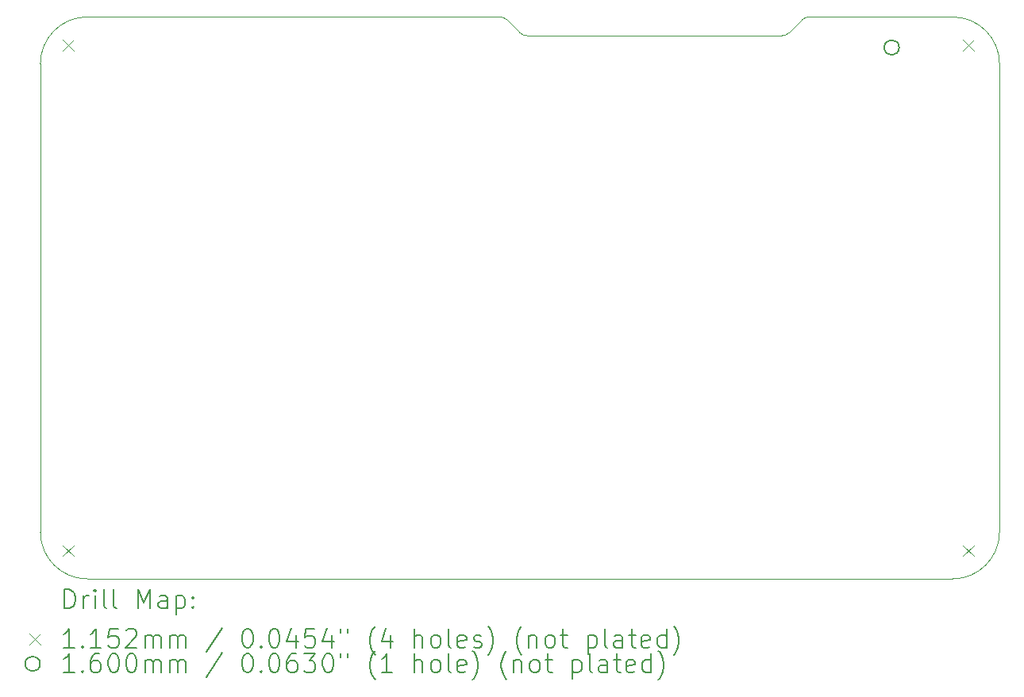
<source format=gbr>
%TF.GenerationSoftware,KiCad,Pcbnew,7.0.7*%
%TF.CreationDate,2023-09-27T18:03:20-04:00*%
%TF.ProjectId,baseboard,62617365-626f-4617-9264-2e6b69636164,A*%
%TF.SameCoordinates,Original*%
%TF.FileFunction,Drillmap*%
%TF.FilePolarity,Positive*%
%FSLAX45Y45*%
G04 Gerber Fmt 4.5, Leading zero omitted, Abs format (unit mm)*
G04 Created by KiCad (PCBNEW 7.0.7) date 2023-09-27 18:03:20*
%MOMM*%
%LPD*%
G01*
G04 APERTURE LIST*
%ADD10C,0.050000*%
%ADD11C,0.200000*%
%ADD12C,0.115200*%
%ADD13C,0.160000*%
G04 APERTURE END LIST*
D10*
X22262000Y-10567000D02*
X24982000Y-10567000D01*
X25059782Y-10534782D02*
X25194218Y-10399218D01*
X24982000Y-10567000D02*
G75*
G03*
X25059782Y-10534782I0J110000D01*
G01*
X22184218Y-10534782D02*
X22049782Y-10399218D01*
X26802000Y-16367000D02*
G75*
G03*
X27302000Y-15867000I0J500000D01*
G01*
X17572000Y-10367000D02*
G75*
G03*
X17072000Y-10867000I0J-500000D01*
G01*
X17072000Y-15867000D02*
G75*
G03*
X17572000Y-16367000I500000J0D01*
G01*
X22049782Y-10399218D02*
G75*
G03*
X21972000Y-10367000I-77782J-77782D01*
G01*
X17072000Y-10867000D02*
X17072000Y-15867000D01*
X17572000Y-16367000D02*
X26802000Y-16367000D01*
X22184218Y-10534782D02*
G75*
G03*
X22262000Y-10567000I77782J77782D01*
G01*
X21972000Y-10367000D02*
X17572000Y-10367000D01*
X25272000Y-10367000D02*
X26802000Y-10367000D01*
X25272000Y-10367000D02*
G75*
G03*
X25194218Y-10399218I0J-110000D01*
G01*
X27302000Y-10867000D02*
G75*
G03*
X26802000Y-10367000I-500000J0D01*
G01*
X27302000Y-15867000D02*
X27302000Y-10867000D01*
D11*
D12*
X17314400Y-10609400D02*
X17429600Y-10724600D01*
X17429600Y-10609400D02*
X17314400Y-10724600D01*
X17314400Y-16009400D02*
X17429600Y-16124600D01*
X17429600Y-16009400D02*
X17314400Y-16124600D01*
X26914400Y-10609400D02*
X27029600Y-10724600D01*
X27029600Y-10609400D02*
X26914400Y-10724600D01*
X26914400Y-16009400D02*
X27029600Y-16124600D01*
X27029600Y-16009400D02*
X26914400Y-16124600D01*
D13*
X26232000Y-10693210D02*
G75*
G03*
X26232000Y-10693210I-80000J0D01*
G01*
D11*
X17330277Y-16680984D02*
X17330277Y-16480984D01*
X17330277Y-16480984D02*
X17377896Y-16480984D01*
X17377896Y-16480984D02*
X17406467Y-16490508D01*
X17406467Y-16490508D02*
X17425515Y-16509555D01*
X17425515Y-16509555D02*
X17435039Y-16528603D01*
X17435039Y-16528603D02*
X17444563Y-16566698D01*
X17444563Y-16566698D02*
X17444563Y-16595269D01*
X17444563Y-16595269D02*
X17435039Y-16633365D01*
X17435039Y-16633365D02*
X17425515Y-16652412D01*
X17425515Y-16652412D02*
X17406467Y-16671460D01*
X17406467Y-16671460D02*
X17377896Y-16680984D01*
X17377896Y-16680984D02*
X17330277Y-16680984D01*
X17530277Y-16680984D02*
X17530277Y-16547650D01*
X17530277Y-16585746D02*
X17539801Y-16566698D01*
X17539801Y-16566698D02*
X17549324Y-16557174D01*
X17549324Y-16557174D02*
X17568372Y-16547650D01*
X17568372Y-16547650D02*
X17587420Y-16547650D01*
X17654086Y-16680984D02*
X17654086Y-16547650D01*
X17654086Y-16480984D02*
X17644563Y-16490508D01*
X17644563Y-16490508D02*
X17654086Y-16500031D01*
X17654086Y-16500031D02*
X17663610Y-16490508D01*
X17663610Y-16490508D02*
X17654086Y-16480984D01*
X17654086Y-16480984D02*
X17654086Y-16500031D01*
X17777896Y-16680984D02*
X17758848Y-16671460D01*
X17758848Y-16671460D02*
X17749324Y-16652412D01*
X17749324Y-16652412D02*
X17749324Y-16480984D01*
X17882658Y-16680984D02*
X17863610Y-16671460D01*
X17863610Y-16671460D02*
X17854086Y-16652412D01*
X17854086Y-16652412D02*
X17854086Y-16480984D01*
X18111229Y-16680984D02*
X18111229Y-16480984D01*
X18111229Y-16480984D02*
X18177896Y-16623841D01*
X18177896Y-16623841D02*
X18244563Y-16480984D01*
X18244563Y-16480984D02*
X18244563Y-16680984D01*
X18425515Y-16680984D02*
X18425515Y-16576222D01*
X18425515Y-16576222D02*
X18415991Y-16557174D01*
X18415991Y-16557174D02*
X18396944Y-16547650D01*
X18396944Y-16547650D02*
X18358848Y-16547650D01*
X18358848Y-16547650D02*
X18339801Y-16557174D01*
X18425515Y-16671460D02*
X18406467Y-16680984D01*
X18406467Y-16680984D02*
X18358848Y-16680984D01*
X18358848Y-16680984D02*
X18339801Y-16671460D01*
X18339801Y-16671460D02*
X18330277Y-16652412D01*
X18330277Y-16652412D02*
X18330277Y-16633365D01*
X18330277Y-16633365D02*
X18339801Y-16614317D01*
X18339801Y-16614317D02*
X18358848Y-16604793D01*
X18358848Y-16604793D02*
X18406467Y-16604793D01*
X18406467Y-16604793D02*
X18425515Y-16595269D01*
X18520753Y-16547650D02*
X18520753Y-16747650D01*
X18520753Y-16557174D02*
X18539801Y-16547650D01*
X18539801Y-16547650D02*
X18577896Y-16547650D01*
X18577896Y-16547650D02*
X18596944Y-16557174D01*
X18596944Y-16557174D02*
X18606467Y-16566698D01*
X18606467Y-16566698D02*
X18615991Y-16585746D01*
X18615991Y-16585746D02*
X18615991Y-16642888D01*
X18615991Y-16642888D02*
X18606467Y-16661936D01*
X18606467Y-16661936D02*
X18596944Y-16671460D01*
X18596944Y-16671460D02*
X18577896Y-16680984D01*
X18577896Y-16680984D02*
X18539801Y-16680984D01*
X18539801Y-16680984D02*
X18520753Y-16671460D01*
X18701705Y-16661936D02*
X18711229Y-16671460D01*
X18711229Y-16671460D02*
X18701705Y-16680984D01*
X18701705Y-16680984D02*
X18692182Y-16671460D01*
X18692182Y-16671460D02*
X18701705Y-16661936D01*
X18701705Y-16661936D02*
X18701705Y-16680984D01*
X18701705Y-16557174D02*
X18711229Y-16566698D01*
X18711229Y-16566698D02*
X18701705Y-16576222D01*
X18701705Y-16576222D02*
X18692182Y-16566698D01*
X18692182Y-16566698D02*
X18701705Y-16557174D01*
X18701705Y-16557174D02*
X18701705Y-16576222D01*
D12*
X16954300Y-16951900D02*
X17069500Y-17067100D01*
X17069500Y-16951900D02*
X16954300Y-17067100D01*
D11*
X17435039Y-17100984D02*
X17320753Y-17100984D01*
X17377896Y-17100984D02*
X17377896Y-16900984D01*
X17377896Y-16900984D02*
X17358848Y-16929555D01*
X17358848Y-16929555D02*
X17339801Y-16948603D01*
X17339801Y-16948603D02*
X17320753Y-16958127D01*
X17520753Y-17081936D02*
X17530277Y-17091460D01*
X17530277Y-17091460D02*
X17520753Y-17100984D01*
X17520753Y-17100984D02*
X17511229Y-17091460D01*
X17511229Y-17091460D02*
X17520753Y-17081936D01*
X17520753Y-17081936D02*
X17520753Y-17100984D01*
X17720753Y-17100984D02*
X17606467Y-17100984D01*
X17663610Y-17100984D02*
X17663610Y-16900984D01*
X17663610Y-16900984D02*
X17644563Y-16929555D01*
X17644563Y-16929555D02*
X17625515Y-16948603D01*
X17625515Y-16948603D02*
X17606467Y-16958127D01*
X17901705Y-16900984D02*
X17806467Y-16900984D01*
X17806467Y-16900984D02*
X17796944Y-16996222D01*
X17796944Y-16996222D02*
X17806467Y-16986698D01*
X17806467Y-16986698D02*
X17825515Y-16977174D01*
X17825515Y-16977174D02*
X17873134Y-16977174D01*
X17873134Y-16977174D02*
X17892182Y-16986698D01*
X17892182Y-16986698D02*
X17901705Y-16996222D01*
X17901705Y-16996222D02*
X17911229Y-17015270D01*
X17911229Y-17015270D02*
X17911229Y-17062889D01*
X17911229Y-17062889D02*
X17901705Y-17081936D01*
X17901705Y-17081936D02*
X17892182Y-17091460D01*
X17892182Y-17091460D02*
X17873134Y-17100984D01*
X17873134Y-17100984D02*
X17825515Y-17100984D01*
X17825515Y-17100984D02*
X17806467Y-17091460D01*
X17806467Y-17091460D02*
X17796944Y-17081936D01*
X17987420Y-16920031D02*
X17996944Y-16910508D01*
X17996944Y-16910508D02*
X18015991Y-16900984D01*
X18015991Y-16900984D02*
X18063610Y-16900984D01*
X18063610Y-16900984D02*
X18082658Y-16910508D01*
X18082658Y-16910508D02*
X18092182Y-16920031D01*
X18092182Y-16920031D02*
X18101705Y-16939079D01*
X18101705Y-16939079D02*
X18101705Y-16958127D01*
X18101705Y-16958127D02*
X18092182Y-16986698D01*
X18092182Y-16986698D02*
X17977896Y-17100984D01*
X17977896Y-17100984D02*
X18101705Y-17100984D01*
X18187420Y-17100984D02*
X18187420Y-16967650D01*
X18187420Y-16986698D02*
X18196944Y-16977174D01*
X18196944Y-16977174D02*
X18215991Y-16967650D01*
X18215991Y-16967650D02*
X18244563Y-16967650D01*
X18244563Y-16967650D02*
X18263610Y-16977174D01*
X18263610Y-16977174D02*
X18273134Y-16996222D01*
X18273134Y-16996222D02*
X18273134Y-17100984D01*
X18273134Y-16996222D02*
X18282658Y-16977174D01*
X18282658Y-16977174D02*
X18301705Y-16967650D01*
X18301705Y-16967650D02*
X18330277Y-16967650D01*
X18330277Y-16967650D02*
X18349325Y-16977174D01*
X18349325Y-16977174D02*
X18358848Y-16996222D01*
X18358848Y-16996222D02*
X18358848Y-17100984D01*
X18454086Y-17100984D02*
X18454086Y-16967650D01*
X18454086Y-16986698D02*
X18463610Y-16977174D01*
X18463610Y-16977174D02*
X18482658Y-16967650D01*
X18482658Y-16967650D02*
X18511229Y-16967650D01*
X18511229Y-16967650D02*
X18530277Y-16977174D01*
X18530277Y-16977174D02*
X18539801Y-16996222D01*
X18539801Y-16996222D02*
X18539801Y-17100984D01*
X18539801Y-16996222D02*
X18549325Y-16977174D01*
X18549325Y-16977174D02*
X18568372Y-16967650D01*
X18568372Y-16967650D02*
X18596944Y-16967650D01*
X18596944Y-16967650D02*
X18615991Y-16977174D01*
X18615991Y-16977174D02*
X18625515Y-16996222D01*
X18625515Y-16996222D02*
X18625515Y-17100984D01*
X19015991Y-16891460D02*
X18844563Y-17148603D01*
X19273134Y-16900984D02*
X19292182Y-16900984D01*
X19292182Y-16900984D02*
X19311229Y-16910508D01*
X19311229Y-16910508D02*
X19320753Y-16920031D01*
X19320753Y-16920031D02*
X19330277Y-16939079D01*
X19330277Y-16939079D02*
X19339801Y-16977174D01*
X19339801Y-16977174D02*
X19339801Y-17024793D01*
X19339801Y-17024793D02*
X19330277Y-17062889D01*
X19330277Y-17062889D02*
X19320753Y-17081936D01*
X19320753Y-17081936D02*
X19311229Y-17091460D01*
X19311229Y-17091460D02*
X19292182Y-17100984D01*
X19292182Y-17100984D02*
X19273134Y-17100984D01*
X19273134Y-17100984D02*
X19254087Y-17091460D01*
X19254087Y-17091460D02*
X19244563Y-17081936D01*
X19244563Y-17081936D02*
X19235039Y-17062889D01*
X19235039Y-17062889D02*
X19225515Y-17024793D01*
X19225515Y-17024793D02*
X19225515Y-16977174D01*
X19225515Y-16977174D02*
X19235039Y-16939079D01*
X19235039Y-16939079D02*
X19244563Y-16920031D01*
X19244563Y-16920031D02*
X19254087Y-16910508D01*
X19254087Y-16910508D02*
X19273134Y-16900984D01*
X19425515Y-17081936D02*
X19435039Y-17091460D01*
X19435039Y-17091460D02*
X19425515Y-17100984D01*
X19425515Y-17100984D02*
X19415991Y-17091460D01*
X19415991Y-17091460D02*
X19425515Y-17081936D01*
X19425515Y-17081936D02*
X19425515Y-17100984D01*
X19558848Y-16900984D02*
X19577896Y-16900984D01*
X19577896Y-16900984D02*
X19596944Y-16910508D01*
X19596944Y-16910508D02*
X19606468Y-16920031D01*
X19606468Y-16920031D02*
X19615991Y-16939079D01*
X19615991Y-16939079D02*
X19625515Y-16977174D01*
X19625515Y-16977174D02*
X19625515Y-17024793D01*
X19625515Y-17024793D02*
X19615991Y-17062889D01*
X19615991Y-17062889D02*
X19606468Y-17081936D01*
X19606468Y-17081936D02*
X19596944Y-17091460D01*
X19596944Y-17091460D02*
X19577896Y-17100984D01*
X19577896Y-17100984D02*
X19558848Y-17100984D01*
X19558848Y-17100984D02*
X19539801Y-17091460D01*
X19539801Y-17091460D02*
X19530277Y-17081936D01*
X19530277Y-17081936D02*
X19520753Y-17062889D01*
X19520753Y-17062889D02*
X19511229Y-17024793D01*
X19511229Y-17024793D02*
X19511229Y-16977174D01*
X19511229Y-16977174D02*
X19520753Y-16939079D01*
X19520753Y-16939079D02*
X19530277Y-16920031D01*
X19530277Y-16920031D02*
X19539801Y-16910508D01*
X19539801Y-16910508D02*
X19558848Y-16900984D01*
X19796944Y-16967650D02*
X19796944Y-17100984D01*
X19749325Y-16891460D02*
X19701706Y-17034317D01*
X19701706Y-17034317D02*
X19825515Y-17034317D01*
X19996944Y-16900984D02*
X19901706Y-16900984D01*
X19901706Y-16900984D02*
X19892182Y-16996222D01*
X19892182Y-16996222D02*
X19901706Y-16986698D01*
X19901706Y-16986698D02*
X19920753Y-16977174D01*
X19920753Y-16977174D02*
X19968372Y-16977174D01*
X19968372Y-16977174D02*
X19987420Y-16986698D01*
X19987420Y-16986698D02*
X19996944Y-16996222D01*
X19996944Y-16996222D02*
X20006468Y-17015270D01*
X20006468Y-17015270D02*
X20006468Y-17062889D01*
X20006468Y-17062889D02*
X19996944Y-17081936D01*
X19996944Y-17081936D02*
X19987420Y-17091460D01*
X19987420Y-17091460D02*
X19968372Y-17100984D01*
X19968372Y-17100984D02*
X19920753Y-17100984D01*
X19920753Y-17100984D02*
X19901706Y-17091460D01*
X19901706Y-17091460D02*
X19892182Y-17081936D01*
X20177896Y-16967650D02*
X20177896Y-17100984D01*
X20130277Y-16891460D02*
X20082658Y-17034317D01*
X20082658Y-17034317D02*
X20206468Y-17034317D01*
X20273134Y-16900984D02*
X20273134Y-16939079D01*
X20349325Y-16900984D02*
X20349325Y-16939079D01*
X20644563Y-17177174D02*
X20635039Y-17167650D01*
X20635039Y-17167650D02*
X20615991Y-17139079D01*
X20615991Y-17139079D02*
X20606468Y-17120031D01*
X20606468Y-17120031D02*
X20596944Y-17091460D01*
X20596944Y-17091460D02*
X20587420Y-17043841D01*
X20587420Y-17043841D02*
X20587420Y-17005746D01*
X20587420Y-17005746D02*
X20596944Y-16958127D01*
X20596944Y-16958127D02*
X20606468Y-16929555D01*
X20606468Y-16929555D02*
X20615991Y-16910508D01*
X20615991Y-16910508D02*
X20635039Y-16881936D01*
X20635039Y-16881936D02*
X20644563Y-16872412D01*
X20806468Y-16967650D02*
X20806468Y-17100984D01*
X20758849Y-16891460D02*
X20711230Y-17034317D01*
X20711230Y-17034317D02*
X20835039Y-17034317D01*
X21063611Y-17100984D02*
X21063611Y-16900984D01*
X21149325Y-17100984D02*
X21149325Y-16996222D01*
X21149325Y-16996222D02*
X21139801Y-16977174D01*
X21139801Y-16977174D02*
X21120753Y-16967650D01*
X21120753Y-16967650D02*
X21092182Y-16967650D01*
X21092182Y-16967650D02*
X21073134Y-16977174D01*
X21073134Y-16977174D02*
X21063611Y-16986698D01*
X21273134Y-17100984D02*
X21254087Y-17091460D01*
X21254087Y-17091460D02*
X21244563Y-17081936D01*
X21244563Y-17081936D02*
X21235039Y-17062889D01*
X21235039Y-17062889D02*
X21235039Y-17005746D01*
X21235039Y-17005746D02*
X21244563Y-16986698D01*
X21244563Y-16986698D02*
X21254087Y-16977174D01*
X21254087Y-16977174D02*
X21273134Y-16967650D01*
X21273134Y-16967650D02*
X21301706Y-16967650D01*
X21301706Y-16967650D02*
X21320753Y-16977174D01*
X21320753Y-16977174D02*
X21330277Y-16986698D01*
X21330277Y-16986698D02*
X21339801Y-17005746D01*
X21339801Y-17005746D02*
X21339801Y-17062889D01*
X21339801Y-17062889D02*
X21330277Y-17081936D01*
X21330277Y-17081936D02*
X21320753Y-17091460D01*
X21320753Y-17091460D02*
X21301706Y-17100984D01*
X21301706Y-17100984D02*
X21273134Y-17100984D01*
X21454087Y-17100984D02*
X21435039Y-17091460D01*
X21435039Y-17091460D02*
X21425515Y-17072412D01*
X21425515Y-17072412D02*
X21425515Y-16900984D01*
X21606468Y-17091460D02*
X21587420Y-17100984D01*
X21587420Y-17100984D02*
X21549325Y-17100984D01*
X21549325Y-17100984D02*
X21530277Y-17091460D01*
X21530277Y-17091460D02*
X21520753Y-17072412D01*
X21520753Y-17072412D02*
X21520753Y-16996222D01*
X21520753Y-16996222D02*
X21530277Y-16977174D01*
X21530277Y-16977174D02*
X21549325Y-16967650D01*
X21549325Y-16967650D02*
X21587420Y-16967650D01*
X21587420Y-16967650D02*
X21606468Y-16977174D01*
X21606468Y-16977174D02*
X21615992Y-16996222D01*
X21615992Y-16996222D02*
X21615992Y-17015270D01*
X21615992Y-17015270D02*
X21520753Y-17034317D01*
X21692182Y-17091460D02*
X21711230Y-17100984D01*
X21711230Y-17100984D02*
X21749325Y-17100984D01*
X21749325Y-17100984D02*
X21768373Y-17091460D01*
X21768373Y-17091460D02*
X21777896Y-17072412D01*
X21777896Y-17072412D02*
X21777896Y-17062889D01*
X21777896Y-17062889D02*
X21768373Y-17043841D01*
X21768373Y-17043841D02*
X21749325Y-17034317D01*
X21749325Y-17034317D02*
X21720753Y-17034317D01*
X21720753Y-17034317D02*
X21701706Y-17024793D01*
X21701706Y-17024793D02*
X21692182Y-17005746D01*
X21692182Y-17005746D02*
X21692182Y-16996222D01*
X21692182Y-16996222D02*
X21701706Y-16977174D01*
X21701706Y-16977174D02*
X21720753Y-16967650D01*
X21720753Y-16967650D02*
X21749325Y-16967650D01*
X21749325Y-16967650D02*
X21768373Y-16977174D01*
X21844563Y-17177174D02*
X21854087Y-17167650D01*
X21854087Y-17167650D02*
X21873134Y-17139079D01*
X21873134Y-17139079D02*
X21882658Y-17120031D01*
X21882658Y-17120031D02*
X21892182Y-17091460D01*
X21892182Y-17091460D02*
X21901706Y-17043841D01*
X21901706Y-17043841D02*
X21901706Y-17005746D01*
X21901706Y-17005746D02*
X21892182Y-16958127D01*
X21892182Y-16958127D02*
X21882658Y-16929555D01*
X21882658Y-16929555D02*
X21873134Y-16910508D01*
X21873134Y-16910508D02*
X21854087Y-16881936D01*
X21854087Y-16881936D02*
X21844563Y-16872412D01*
X22206468Y-17177174D02*
X22196944Y-17167650D01*
X22196944Y-17167650D02*
X22177896Y-17139079D01*
X22177896Y-17139079D02*
X22168373Y-17120031D01*
X22168373Y-17120031D02*
X22158849Y-17091460D01*
X22158849Y-17091460D02*
X22149325Y-17043841D01*
X22149325Y-17043841D02*
X22149325Y-17005746D01*
X22149325Y-17005746D02*
X22158849Y-16958127D01*
X22158849Y-16958127D02*
X22168373Y-16929555D01*
X22168373Y-16929555D02*
X22177896Y-16910508D01*
X22177896Y-16910508D02*
X22196944Y-16881936D01*
X22196944Y-16881936D02*
X22206468Y-16872412D01*
X22282658Y-16967650D02*
X22282658Y-17100984D01*
X22282658Y-16986698D02*
X22292182Y-16977174D01*
X22292182Y-16977174D02*
X22311230Y-16967650D01*
X22311230Y-16967650D02*
X22339801Y-16967650D01*
X22339801Y-16967650D02*
X22358849Y-16977174D01*
X22358849Y-16977174D02*
X22368373Y-16996222D01*
X22368373Y-16996222D02*
X22368373Y-17100984D01*
X22492182Y-17100984D02*
X22473134Y-17091460D01*
X22473134Y-17091460D02*
X22463611Y-17081936D01*
X22463611Y-17081936D02*
X22454087Y-17062889D01*
X22454087Y-17062889D02*
X22454087Y-17005746D01*
X22454087Y-17005746D02*
X22463611Y-16986698D01*
X22463611Y-16986698D02*
X22473134Y-16977174D01*
X22473134Y-16977174D02*
X22492182Y-16967650D01*
X22492182Y-16967650D02*
X22520753Y-16967650D01*
X22520753Y-16967650D02*
X22539801Y-16977174D01*
X22539801Y-16977174D02*
X22549325Y-16986698D01*
X22549325Y-16986698D02*
X22558849Y-17005746D01*
X22558849Y-17005746D02*
X22558849Y-17062889D01*
X22558849Y-17062889D02*
X22549325Y-17081936D01*
X22549325Y-17081936D02*
X22539801Y-17091460D01*
X22539801Y-17091460D02*
X22520753Y-17100984D01*
X22520753Y-17100984D02*
X22492182Y-17100984D01*
X22615992Y-16967650D02*
X22692182Y-16967650D01*
X22644563Y-16900984D02*
X22644563Y-17072412D01*
X22644563Y-17072412D02*
X22654087Y-17091460D01*
X22654087Y-17091460D02*
X22673134Y-17100984D01*
X22673134Y-17100984D02*
X22692182Y-17100984D01*
X22911230Y-16967650D02*
X22911230Y-17167650D01*
X22911230Y-16977174D02*
X22930277Y-16967650D01*
X22930277Y-16967650D02*
X22968373Y-16967650D01*
X22968373Y-16967650D02*
X22987420Y-16977174D01*
X22987420Y-16977174D02*
X22996944Y-16986698D01*
X22996944Y-16986698D02*
X23006468Y-17005746D01*
X23006468Y-17005746D02*
X23006468Y-17062889D01*
X23006468Y-17062889D02*
X22996944Y-17081936D01*
X22996944Y-17081936D02*
X22987420Y-17091460D01*
X22987420Y-17091460D02*
X22968373Y-17100984D01*
X22968373Y-17100984D02*
X22930277Y-17100984D01*
X22930277Y-17100984D02*
X22911230Y-17091460D01*
X23120753Y-17100984D02*
X23101706Y-17091460D01*
X23101706Y-17091460D02*
X23092182Y-17072412D01*
X23092182Y-17072412D02*
X23092182Y-16900984D01*
X23282658Y-17100984D02*
X23282658Y-16996222D01*
X23282658Y-16996222D02*
X23273134Y-16977174D01*
X23273134Y-16977174D02*
X23254087Y-16967650D01*
X23254087Y-16967650D02*
X23215992Y-16967650D01*
X23215992Y-16967650D02*
X23196944Y-16977174D01*
X23282658Y-17091460D02*
X23263611Y-17100984D01*
X23263611Y-17100984D02*
X23215992Y-17100984D01*
X23215992Y-17100984D02*
X23196944Y-17091460D01*
X23196944Y-17091460D02*
X23187420Y-17072412D01*
X23187420Y-17072412D02*
X23187420Y-17053365D01*
X23187420Y-17053365D02*
X23196944Y-17034317D01*
X23196944Y-17034317D02*
X23215992Y-17024793D01*
X23215992Y-17024793D02*
X23263611Y-17024793D01*
X23263611Y-17024793D02*
X23282658Y-17015270D01*
X23349325Y-16967650D02*
X23425515Y-16967650D01*
X23377896Y-16900984D02*
X23377896Y-17072412D01*
X23377896Y-17072412D02*
X23387420Y-17091460D01*
X23387420Y-17091460D02*
X23406468Y-17100984D01*
X23406468Y-17100984D02*
X23425515Y-17100984D01*
X23568373Y-17091460D02*
X23549325Y-17100984D01*
X23549325Y-17100984D02*
X23511230Y-17100984D01*
X23511230Y-17100984D02*
X23492182Y-17091460D01*
X23492182Y-17091460D02*
X23482658Y-17072412D01*
X23482658Y-17072412D02*
X23482658Y-16996222D01*
X23482658Y-16996222D02*
X23492182Y-16977174D01*
X23492182Y-16977174D02*
X23511230Y-16967650D01*
X23511230Y-16967650D02*
X23549325Y-16967650D01*
X23549325Y-16967650D02*
X23568373Y-16977174D01*
X23568373Y-16977174D02*
X23577896Y-16996222D01*
X23577896Y-16996222D02*
X23577896Y-17015270D01*
X23577896Y-17015270D02*
X23482658Y-17034317D01*
X23749325Y-17100984D02*
X23749325Y-16900984D01*
X23749325Y-17091460D02*
X23730277Y-17100984D01*
X23730277Y-17100984D02*
X23692182Y-17100984D01*
X23692182Y-17100984D02*
X23673134Y-17091460D01*
X23673134Y-17091460D02*
X23663611Y-17081936D01*
X23663611Y-17081936D02*
X23654087Y-17062889D01*
X23654087Y-17062889D02*
X23654087Y-17005746D01*
X23654087Y-17005746D02*
X23663611Y-16986698D01*
X23663611Y-16986698D02*
X23673134Y-16977174D01*
X23673134Y-16977174D02*
X23692182Y-16967650D01*
X23692182Y-16967650D02*
X23730277Y-16967650D01*
X23730277Y-16967650D02*
X23749325Y-16977174D01*
X23825515Y-17177174D02*
X23835039Y-17167650D01*
X23835039Y-17167650D02*
X23854087Y-17139079D01*
X23854087Y-17139079D02*
X23863611Y-17120031D01*
X23863611Y-17120031D02*
X23873134Y-17091460D01*
X23873134Y-17091460D02*
X23882658Y-17043841D01*
X23882658Y-17043841D02*
X23882658Y-17005746D01*
X23882658Y-17005746D02*
X23873134Y-16958127D01*
X23873134Y-16958127D02*
X23863611Y-16929555D01*
X23863611Y-16929555D02*
X23854087Y-16910508D01*
X23854087Y-16910508D02*
X23835039Y-16881936D01*
X23835039Y-16881936D02*
X23825515Y-16872412D01*
D13*
X17069500Y-17273500D02*
G75*
G03*
X17069500Y-17273500I-80000J0D01*
G01*
D11*
X17435039Y-17364984D02*
X17320753Y-17364984D01*
X17377896Y-17364984D02*
X17377896Y-17164984D01*
X17377896Y-17164984D02*
X17358848Y-17193555D01*
X17358848Y-17193555D02*
X17339801Y-17212603D01*
X17339801Y-17212603D02*
X17320753Y-17222127D01*
X17520753Y-17345936D02*
X17530277Y-17355460D01*
X17530277Y-17355460D02*
X17520753Y-17364984D01*
X17520753Y-17364984D02*
X17511229Y-17355460D01*
X17511229Y-17355460D02*
X17520753Y-17345936D01*
X17520753Y-17345936D02*
X17520753Y-17364984D01*
X17701705Y-17164984D02*
X17663610Y-17164984D01*
X17663610Y-17164984D02*
X17644563Y-17174508D01*
X17644563Y-17174508D02*
X17635039Y-17184031D01*
X17635039Y-17184031D02*
X17615991Y-17212603D01*
X17615991Y-17212603D02*
X17606467Y-17250698D01*
X17606467Y-17250698D02*
X17606467Y-17326889D01*
X17606467Y-17326889D02*
X17615991Y-17345936D01*
X17615991Y-17345936D02*
X17625515Y-17355460D01*
X17625515Y-17355460D02*
X17644563Y-17364984D01*
X17644563Y-17364984D02*
X17682658Y-17364984D01*
X17682658Y-17364984D02*
X17701705Y-17355460D01*
X17701705Y-17355460D02*
X17711229Y-17345936D01*
X17711229Y-17345936D02*
X17720753Y-17326889D01*
X17720753Y-17326889D02*
X17720753Y-17279270D01*
X17720753Y-17279270D02*
X17711229Y-17260222D01*
X17711229Y-17260222D02*
X17701705Y-17250698D01*
X17701705Y-17250698D02*
X17682658Y-17241174D01*
X17682658Y-17241174D02*
X17644563Y-17241174D01*
X17644563Y-17241174D02*
X17625515Y-17250698D01*
X17625515Y-17250698D02*
X17615991Y-17260222D01*
X17615991Y-17260222D02*
X17606467Y-17279270D01*
X17844563Y-17164984D02*
X17863610Y-17164984D01*
X17863610Y-17164984D02*
X17882658Y-17174508D01*
X17882658Y-17174508D02*
X17892182Y-17184031D01*
X17892182Y-17184031D02*
X17901705Y-17203079D01*
X17901705Y-17203079D02*
X17911229Y-17241174D01*
X17911229Y-17241174D02*
X17911229Y-17288793D01*
X17911229Y-17288793D02*
X17901705Y-17326889D01*
X17901705Y-17326889D02*
X17892182Y-17345936D01*
X17892182Y-17345936D02*
X17882658Y-17355460D01*
X17882658Y-17355460D02*
X17863610Y-17364984D01*
X17863610Y-17364984D02*
X17844563Y-17364984D01*
X17844563Y-17364984D02*
X17825515Y-17355460D01*
X17825515Y-17355460D02*
X17815991Y-17345936D01*
X17815991Y-17345936D02*
X17806467Y-17326889D01*
X17806467Y-17326889D02*
X17796944Y-17288793D01*
X17796944Y-17288793D02*
X17796944Y-17241174D01*
X17796944Y-17241174D02*
X17806467Y-17203079D01*
X17806467Y-17203079D02*
X17815991Y-17184031D01*
X17815991Y-17184031D02*
X17825515Y-17174508D01*
X17825515Y-17174508D02*
X17844563Y-17164984D01*
X18035039Y-17164984D02*
X18054086Y-17164984D01*
X18054086Y-17164984D02*
X18073134Y-17174508D01*
X18073134Y-17174508D02*
X18082658Y-17184031D01*
X18082658Y-17184031D02*
X18092182Y-17203079D01*
X18092182Y-17203079D02*
X18101705Y-17241174D01*
X18101705Y-17241174D02*
X18101705Y-17288793D01*
X18101705Y-17288793D02*
X18092182Y-17326889D01*
X18092182Y-17326889D02*
X18082658Y-17345936D01*
X18082658Y-17345936D02*
X18073134Y-17355460D01*
X18073134Y-17355460D02*
X18054086Y-17364984D01*
X18054086Y-17364984D02*
X18035039Y-17364984D01*
X18035039Y-17364984D02*
X18015991Y-17355460D01*
X18015991Y-17355460D02*
X18006467Y-17345936D01*
X18006467Y-17345936D02*
X17996944Y-17326889D01*
X17996944Y-17326889D02*
X17987420Y-17288793D01*
X17987420Y-17288793D02*
X17987420Y-17241174D01*
X17987420Y-17241174D02*
X17996944Y-17203079D01*
X17996944Y-17203079D02*
X18006467Y-17184031D01*
X18006467Y-17184031D02*
X18015991Y-17174508D01*
X18015991Y-17174508D02*
X18035039Y-17164984D01*
X18187420Y-17364984D02*
X18187420Y-17231650D01*
X18187420Y-17250698D02*
X18196944Y-17241174D01*
X18196944Y-17241174D02*
X18215991Y-17231650D01*
X18215991Y-17231650D02*
X18244563Y-17231650D01*
X18244563Y-17231650D02*
X18263610Y-17241174D01*
X18263610Y-17241174D02*
X18273134Y-17260222D01*
X18273134Y-17260222D02*
X18273134Y-17364984D01*
X18273134Y-17260222D02*
X18282658Y-17241174D01*
X18282658Y-17241174D02*
X18301705Y-17231650D01*
X18301705Y-17231650D02*
X18330277Y-17231650D01*
X18330277Y-17231650D02*
X18349325Y-17241174D01*
X18349325Y-17241174D02*
X18358848Y-17260222D01*
X18358848Y-17260222D02*
X18358848Y-17364984D01*
X18454086Y-17364984D02*
X18454086Y-17231650D01*
X18454086Y-17250698D02*
X18463610Y-17241174D01*
X18463610Y-17241174D02*
X18482658Y-17231650D01*
X18482658Y-17231650D02*
X18511229Y-17231650D01*
X18511229Y-17231650D02*
X18530277Y-17241174D01*
X18530277Y-17241174D02*
X18539801Y-17260222D01*
X18539801Y-17260222D02*
X18539801Y-17364984D01*
X18539801Y-17260222D02*
X18549325Y-17241174D01*
X18549325Y-17241174D02*
X18568372Y-17231650D01*
X18568372Y-17231650D02*
X18596944Y-17231650D01*
X18596944Y-17231650D02*
X18615991Y-17241174D01*
X18615991Y-17241174D02*
X18625515Y-17260222D01*
X18625515Y-17260222D02*
X18625515Y-17364984D01*
X19015991Y-17155460D02*
X18844563Y-17412603D01*
X19273134Y-17164984D02*
X19292182Y-17164984D01*
X19292182Y-17164984D02*
X19311229Y-17174508D01*
X19311229Y-17174508D02*
X19320753Y-17184031D01*
X19320753Y-17184031D02*
X19330277Y-17203079D01*
X19330277Y-17203079D02*
X19339801Y-17241174D01*
X19339801Y-17241174D02*
X19339801Y-17288793D01*
X19339801Y-17288793D02*
X19330277Y-17326889D01*
X19330277Y-17326889D02*
X19320753Y-17345936D01*
X19320753Y-17345936D02*
X19311229Y-17355460D01*
X19311229Y-17355460D02*
X19292182Y-17364984D01*
X19292182Y-17364984D02*
X19273134Y-17364984D01*
X19273134Y-17364984D02*
X19254087Y-17355460D01*
X19254087Y-17355460D02*
X19244563Y-17345936D01*
X19244563Y-17345936D02*
X19235039Y-17326889D01*
X19235039Y-17326889D02*
X19225515Y-17288793D01*
X19225515Y-17288793D02*
X19225515Y-17241174D01*
X19225515Y-17241174D02*
X19235039Y-17203079D01*
X19235039Y-17203079D02*
X19244563Y-17184031D01*
X19244563Y-17184031D02*
X19254087Y-17174508D01*
X19254087Y-17174508D02*
X19273134Y-17164984D01*
X19425515Y-17345936D02*
X19435039Y-17355460D01*
X19435039Y-17355460D02*
X19425515Y-17364984D01*
X19425515Y-17364984D02*
X19415991Y-17355460D01*
X19415991Y-17355460D02*
X19425515Y-17345936D01*
X19425515Y-17345936D02*
X19425515Y-17364984D01*
X19558848Y-17164984D02*
X19577896Y-17164984D01*
X19577896Y-17164984D02*
X19596944Y-17174508D01*
X19596944Y-17174508D02*
X19606468Y-17184031D01*
X19606468Y-17184031D02*
X19615991Y-17203079D01*
X19615991Y-17203079D02*
X19625515Y-17241174D01*
X19625515Y-17241174D02*
X19625515Y-17288793D01*
X19625515Y-17288793D02*
X19615991Y-17326889D01*
X19615991Y-17326889D02*
X19606468Y-17345936D01*
X19606468Y-17345936D02*
X19596944Y-17355460D01*
X19596944Y-17355460D02*
X19577896Y-17364984D01*
X19577896Y-17364984D02*
X19558848Y-17364984D01*
X19558848Y-17364984D02*
X19539801Y-17355460D01*
X19539801Y-17355460D02*
X19530277Y-17345936D01*
X19530277Y-17345936D02*
X19520753Y-17326889D01*
X19520753Y-17326889D02*
X19511229Y-17288793D01*
X19511229Y-17288793D02*
X19511229Y-17241174D01*
X19511229Y-17241174D02*
X19520753Y-17203079D01*
X19520753Y-17203079D02*
X19530277Y-17184031D01*
X19530277Y-17184031D02*
X19539801Y-17174508D01*
X19539801Y-17174508D02*
X19558848Y-17164984D01*
X19796944Y-17164984D02*
X19758848Y-17164984D01*
X19758848Y-17164984D02*
X19739801Y-17174508D01*
X19739801Y-17174508D02*
X19730277Y-17184031D01*
X19730277Y-17184031D02*
X19711229Y-17212603D01*
X19711229Y-17212603D02*
X19701706Y-17250698D01*
X19701706Y-17250698D02*
X19701706Y-17326889D01*
X19701706Y-17326889D02*
X19711229Y-17345936D01*
X19711229Y-17345936D02*
X19720753Y-17355460D01*
X19720753Y-17355460D02*
X19739801Y-17364984D01*
X19739801Y-17364984D02*
X19777896Y-17364984D01*
X19777896Y-17364984D02*
X19796944Y-17355460D01*
X19796944Y-17355460D02*
X19806468Y-17345936D01*
X19806468Y-17345936D02*
X19815991Y-17326889D01*
X19815991Y-17326889D02*
X19815991Y-17279270D01*
X19815991Y-17279270D02*
X19806468Y-17260222D01*
X19806468Y-17260222D02*
X19796944Y-17250698D01*
X19796944Y-17250698D02*
X19777896Y-17241174D01*
X19777896Y-17241174D02*
X19739801Y-17241174D01*
X19739801Y-17241174D02*
X19720753Y-17250698D01*
X19720753Y-17250698D02*
X19711229Y-17260222D01*
X19711229Y-17260222D02*
X19701706Y-17279270D01*
X19882658Y-17164984D02*
X20006468Y-17164984D01*
X20006468Y-17164984D02*
X19939801Y-17241174D01*
X19939801Y-17241174D02*
X19968372Y-17241174D01*
X19968372Y-17241174D02*
X19987420Y-17250698D01*
X19987420Y-17250698D02*
X19996944Y-17260222D01*
X19996944Y-17260222D02*
X20006468Y-17279270D01*
X20006468Y-17279270D02*
X20006468Y-17326889D01*
X20006468Y-17326889D02*
X19996944Y-17345936D01*
X19996944Y-17345936D02*
X19987420Y-17355460D01*
X19987420Y-17355460D02*
X19968372Y-17364984D01*
X19968372Y-17364984D02*
X19911229Y-17364984D01*
X19911229Y-17364984D02*
X19892182Y-17355460D01*
X19892182Y-17355460D02*
X19882658Y-17345936D01*
X20130277Y-17164984D02*
X20149325Y-17164984D01*
X20149325Y-17164984D02*
X20168372Y-17174508D01*
X20168372Y-17174508D02*
X20177896Y-17184031D01*
X20177896Y-17184031D02*
X20187420Y-17203079D01*
X20187420Y-17203079D02*
X20196944Y-17241174D01*
X20196944Y-17241174D02*
X20196944Y-17288793D01*
X20196944Y-17288793D02*
X20187420Y-17326889D01*
X20187420Y-17326889D02*
X20177896Y-17345936D01*
X20177896Y-17345936D02*
X20168372Y-17355460D01*
X20168372Y-17355460D02*
X20149325Y-17364984D01*
X20149325Y-17364984D02*
X20130277Y-17364984D01*
X20130277Y-17364984D02*
X20111229Y-17355460D01*
X20111229Y-17355460D02*
X20101706Y-17345936D01*
X20101706Y-17345936D02*
X20092182Y-17326889D01*
X20092182Y-17326889D02*
X20082658Y-17288793D01*
X20082658Y-17288793D02*
X20082658Y-17241174D01*
X20082658Y-17241174D02*
X20092182Y-17203079D01*
X20092182Y-17203079D02*
X20101706Y-17184031D01*
X20101706Y-17184031D02*
X20111229Y-17174508D01*
X20111229Y-17174508D02*
X20130277Y-17164984D01*
X20273134Y-17164984D02*
X20273134Y-17203079D01*
X20349325Y-17164984D02*
X20349325Y-17203079D01*
X20644563Y-17441174D02*
X20635039Y-17431650D01*
X20635039Y-17431650D02*
X20615991Y-17403079D01*
X20615991Y-17403079D02*
X20606468Y-17384031D01*
X20606468Y-17384031D02*
X20596944Y-17355460D01*
X20596944Y-17355460D02*
X20587420Y-17307841D01*
X20587420Y-17307841D02*
X20587420Y-17269746D01*
X20587420Y-17269746D02*
X20596944Y-17222127D01*
X20596944Y-17222127D02*
X20606468Y-17193555D01*
X20606468Y-17193555D02*
X20615991Y-17174508D01*
X20615991Y-17174508D02*
X20635039Y-17145936D01*
X20635039Y-17145936D02*
X20644563Y-17136412D01*
X20825515Y-17364984D02*
X20711230Y-17364984D01*
X20768372Y-17364984D02*
X20768372Y-17164984D01*
X20768372Y-17164984D02*
X20749325Y-17193555D01*
X20749325Y-17193555D02*
X20730277Y-17212603D01*
X20730277Y-17212603D02*
X20711230Y-17222127D01*
X21063611Y-17364984D02*
X21063611Y-17164984D01*
X21149325Y-17364984D02*
X21149325Y-17260222D01*
X21149325Y-17260222D02*
X21139801Y-17241174D01*
X21139801Y-17241174D02*
X21120753Y-17231650D01*
X21120753Y-17231650D02*
X21092182Y-17231650D01*
X21092182Y-17231650D02*
X21073134Y-17241174D01*
X21073134Y-17241174D02*
X21063611Y-17250698D01*
X21273134Y-17364984D02*
X21254087Y-17355460D01*
X21254087Y-17355460D02*
X21244563Y-17345936D01*
X21244563Y-17345936D02*
X21235039Y-17326889D01*
X21235039Y-17326889D02*
X21235039Y-17269746D01*
X21235039Y-17269746D02*
X21244563Y-17250698D01*
X21244563Y-17250698D02*
X21254087Y-17241174D01*
X21254087Y-17241174D02*
X21273134Y-17231650D01*
X21273134Y-17231650D02*
X21301706Y-17231650D01*
X21301706Y-17231650D02*
X21320753Y-17241174D01*
X21320753Y-17241174D02*
X21330277Y-17250698D01*
X21330277Y-17250698D02*
X21339801Y-17269746D01*
X21339801Y-17269746D02*
X21339801Y-17326889D01*
X21339801Y-17326889D02*
X21330277Y-17345936D01*
X21330277Y-17345936D02*
X21320753Y-17355460D01*
X21320753Y-17355460D02*
X21301706Y-17364984D01*
X21301706Y-17364984D02*
X21273134Y-17364984D01*
X21454087Y-17364984D02*
X21435039Y-17355460D01*
X21435039Y-17355460D02*
X21425515Y-17336412D01*
X21425515Y-17336412D02*
X21425515Y-17164984D01*
X21606468Y-17355460D02*
X21587420Y-17364984D01*
X21587420Y-17364984D02*
X21549325Y-17364984D01*
X21549325Y-17364984D02*
X21530277Y-17355460D01*
X21530277Y-17355460D02*
X21520753Y-17336412D01*
X21520753Y-17336412D02*
X21520753Y-17260222D01*
X21520753Y-17260222D02*
X21530277Y-17241174D01*
X21530277Y-17241174D02*
X21549325Y-17231650D01*
X21549325Y-17231650D02*
X21587420Y-17231650D01*
X21587420Y-17231650D02*
X21606468Y-17241174D01*
X21606468Y-17241174D02*
X21615992Y-17260222D01*
X21615992Y-17260222D02*
X21615992Y-17279270D01*
X21615992Y-17279270D02*
X21520753Y-17298317D01*
X21682658Y-17441174D02*
X21692182Y-17431650D01*
X21692182Y-17431650D02*
X21711230Y-17403079D01*
X21711230Y-17403079D02*
X21720753Y-17384031D01*
X21720753Y-17384031D02*
X21730277Y-17355460D01*
X21730277Y-17355460D02*
X21739801Y-17307841D01*
X21739801Y-17307841D02*
X21739801Y-17269746D01*
X21739801Y-17269746D02*
X21730277Y-17222127D01*
X21730277Y-17222127D02*
X21720753Y-17193555D01*
X21720753Y-17193555D02*
X21711230Y-17174508D01*
X21711230Y-17174508D02*
X21692182Y-17145936D01*
X21692182Y-17145936D02*
X21682658Y-17136412D01*
X22044563Y-17441174D02*
X22035039Y-17431650D01*
X22035039Y-17431650D02*
X22015992Y-17403079D01*
X22015992Y-17403079D02*
X22006468Y-17384031D01*
X22006468Y-17384031D02*
X21996944Y-17355460D01*
X21996944Y-17355460D02*
X21987420Y-17307841D01*
X21987420Y-17307841D02*
X21987420Y-17269746D01*
X21987420Y-17269746D02*
X21996944Y-17222127D01*
X21996944Y-17222127D02*
X22006468Y-17193555D01*
X22006468Y-17193555D02*
X22015992Y-17174508D01*
X22015992Y-17174508D02*
X22035039Y-17145936D01*
X22035039Y-17145936D02*
X22044563Y-17136412D01*
X22120753Y-17231650D02*
X22120753Y-17364984D01*
X22120753Y-17250698D02*
X22130277Y-17241174D01*
X22130277Y-17241174D02*
X22149325Y-17231650D01*
X22149325Y-17231650D02*
X22177896Y-17231650D01*
X22177896Y-17231650D02*
X22196944Y-17241174D01*
X22196944Y-17241174D02*
X22206468Y-17260222D01*
X22206468Y-17260222D02*
X22206468Y-17364984D01*
X22330277Y-17364984D02*
X22311230Y-17355460D01*
X22311230Y-17355460D02*
X22301706Y-17345936D01*
X22301706Y-17345936D02*
X22292182Y-17326889D01*
X22292182Y-17326889D02*
X22292182Y-17269746D01*
X22292182Y-17269746D02*
X22301706Y-17250698D01*
X22301706Y-17250698D02*
X22311230Y-17241174D01*
X22311230Y-17241174D02*
X22330277Y-17231650D01*
X22330277Y-17231650D02*
X22358849Y-17231650D01*
X22358849Y-17231650D02*
X22377896Y-17241174D01*
X22377896Y-17241174D02*
X22387420Y-17250698D01*
X22387420Y-17250698D02*
X22396944Y-17269746D01*
X22396944Y-17269746D02*
X22396944Y-17326889D01*
X22396944Y-17326889D02*
X22387420Y-17345936D01*
X22387420Y-17345936D02*
X22377896Y-17355460D01*
X22377896Y-17355460D02*
X22358849Y-17364984D01*
X22358849Y-17364984D02*
X22330277Y-17364984D01*
X22454087Y-17231650D02*
X22530277Y-17231650D01*
X22482658Y-17164984D02*
X22482658Y-17336412D01*
X22482658Y-17336412D02*
X22492182Y-17355460D01*
X22492182Y-17355460D02*
X22511230Y-17364984D01*
X22511230Y-17364984D02*
X22530277Y-17364984D01*
X22749325Y-17231650D02*
X22749325Y-17431650D01*
X22749325Y-17241174D02*
X22768372Y-17231650D01*
X22768372Y-17231650D02*
X22806468Y-17231650D01*
X22806468Y-17231650D02*
X22825515Y-17241174D01*
X22825515Y-17241174D02*
X22835039Y-17250698D01*
X22835039Y-17250698D02*
X22844563Y-17269746D01*
X22844563Y-17269746D02*
X22844563Y-17326889D01*
X22844563Y-17326889D02*
X22835039Y-17345936D01*
X22835039Y-17345936D02*
X22825515Y-17355460D01*
X22825515Y-17355460D02*
X22806468Y-17364984D01*
X22806468Y-17364984D02*
X22768372Y-17364984D01*
X22768372Y-17364984D02*
X22749325Y-17355460D01*
X22958849Y-17364984D02*
X22939801Y-17355460D01*
X22939801Y-17355460D02*
X22930277Y-17336412D01*
X22930277Y-17336412D02*
X22930277Y-17164984D01*
X23120753Y-17364984D02*
X23120753Y-17260222D01*
X23120753Y-17260222D02*
X23111230Y-17241174D01*
X23111230Y-17241174D02*
X23092182Y-17231650D01*
X23092182Y-17231650D02*
X23054087Y-17231650D01*
X23054087Y-17231650D02*
X23035039Y-17241174D01*
X23120753Y-17355460D02*
X23101706Y-17364984D01*
X23101706Y-17364984D02*
X23054087Y-17364984D01*
X23054087Y-17364984D02*
X23035039Y-17355460D01*
X23035039Y-17355460D02*
X23025515Y-17336412D01*
X23025515Y-17336412D02*
X23025515Y-17317365D01*
X23025515Y-17317365D02*
X23035039Y-17298317D01*
X23035039Y-17298317D02*
X23054087Y-17288793D01*
X23054087Y-17288793D02*
X23101706Y-17288793D01*
X23101706Y-17288793D02*
X23120753Y-17279270D01*
X23187420Y-17231650D02*
X23263611Y-17231650D01*
X23215992Y-17164984D02*
X23215992Y-17336412D01*
X23215992Y-17336412D02*
X23225515Y-17355460D01*
X23225515Y-17355460D02*
X23244563Y-17364984D01*
X23244563Y-17364984D02*
X23263611Y-17364984D01*
X23406468Y-17355460D02*
X23387420Y-17364984D01*
X23387420Y-17364984D02*
X23349325Y-17364984D01*
X23349325Y-17364984D02*
X23330277Y-17355460D01*
X23330277Y-17355460D02*
X23320753Y-17336412D01*
X23320753Y-17336412D02*
X23320753Y-17260222D01*
X23320753Y-17260222D02*
X23330277Y-17241174D01*
X23330277Y-17241174D02*
X23349325Y-17231650D01*
X23349325Y-17231650D02*
X23387420Y-17231650D01*
X23387420Y-17231650D02*
X23406468Y-17241174D01*
X23406468Y-17241174D02*
X23415992Y-17260222D01*
X23415992Y-17260222D02*
X23415992Y-17279270D01*
X23415992Y-17279270D02*
X23320753Y-17298317D01*
X23587420Y-17364984D02*
X23587420Y-17164984D01*
X23587420Y-17355460D02*
X23568373Y-17364984D01*
X23568373Y-17364984D02*
X23530277Y-17364984D01*
X23530277Y-17364984D02*
X23511230Y-17355460D01*
X23511230Y-17355460D02*
X23501706Y-17345936D01*
X23501706Y-17345936D02*
X23492182Y-17326889D01*
X23492182Y-17326889D02*
X23492182Y-17269746D01*
X23492182Y-17269746D02*
X23501706Y-17250698D01*
X23501706Y-17250698D02*
X23511230Y-17241174D01*
X23511230Y-17241174D02*
X23530277Y-17231650D01*
X23530277Y-17231650D02*
X23568373Y-17231650D01*
X23568373Y-17231650D02*
X23587420Y-17241174D01*
X23663611Y-17441174D02*
X23673134Y-17431650D01*
X23673134Y-17431650D02*
X23692182Y-17403079D01*
X23692182Y-17403079D02*
X23701706Y-17384031D01*
X23701706Y-17384031D02*
X23711230Y-17355460D01*
X23711230Y-17355460D02*
X23720753Y-17307841D01*
X23720753Y-17307841D02*
X23720753Y-17269746D01*
X23720753Y-17269746D02*
X23711230Y-17222127D01*
X23711230Y-17222127D02*
X23701706Y-17193555D01*
X23701706Y-17193555D02*
X23692182Y-17174508D01*
X23692182Y-17174508D02*
X23673134Y-17145936D01*
X23673134Y-17145936D02*
X23663611Y-17136412D01*
M02*

</source>
